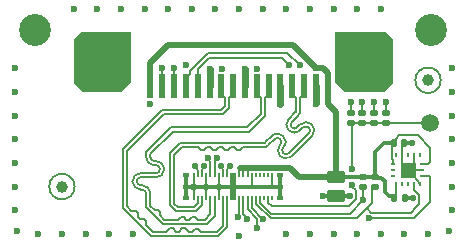
<source format=gtl>
G04*
G04 #@! TF.GenerationSoftware,Altium Limited,Altium Designer,21.8.1 (53)*
G04*
G04 Layer_Physical_Order=1*
G04 Layer_Color=255*
%FSTAX43Y43*%
%MOMM*%
G71*
G04*
G04 #@! TF.SameCoordinates,77AD0121-2578-4578-B714-FB4ED1F38CAD*
G04*
G04*
G04 #@! TF.FilePolarity,Positive*
G04*
G01*
G75*
%ADD10C,0.200*%
%ADD11C,0.150*%
%ADD12C,0.300*%
%ADD14R,0.610X2.000*%
%ADD15R,2.680X3.600*%
G04:AMPARAMS|DCode=17|XSize=0.455mm|YSize=0.33mm|CornerRadius=0.033mm|HoleSize=0mm|Usage=FLASHONLY|Rotation=0.000|XOffset=0mm|YOffset=0mm|HoleType=Round|Shape=RoundedRectangle|*
%AMROUNDEDRECTD17*
21,1,0.455,0.264,0,0,0.0*
21,1,0.389,0.330,0,0,0.0*
1,1,0.066,0.195,-0.132*
1,1,0.066,-0.195,-0.132*
1,1,0.066,-0.195,0.132*
1,1,0.066,0.195,0.132*
%
%ADD17ROUNDEDRECTD17*%
G04:AMPARAMS|DCode=18|XSize=1.45mm|YSize=0.95mm|CornerRadius=0.095mm|HoleSize=0mm|Usage=FLASHONLY|Rotation=180.000|XOffset=0mm|YOffset=0mm|HoleType=Round|Shape=RoundedRectangle|*
%AMROUNDEDRECTD18*
21,1,1.450,0.760,0,0,180.0*
21,1,1.260,0.950,0,0,180.0*
1,1,0.190,-0.630,0.380*
1,1,0.190,0.630,0.380*
1,1,0.190,0.630,-0.380*
1,1,0.190,-0.630,-0.380*
%
%ADD18ROUNDEDRECTD18*%
G04:AMPARAMS|DCode=19|XSize=0.6mm|YSize=0.5mm|CornerRadius=0.05mm|HoleSize=0mm|Usage=FLASHONLY|Rotation=270.000|XOffset=0mm|YOffset=0mm|HoleType=Round|Shape=RoundedRectangle|*
%AMROUNDEDRECTD19*
21,1,0.600,0.400,0,0,270.0*
21,1,0.500,0.500,0,0,270.0*
1,1,0.100,-0.200,-0.250*
1,1,0.100,-0.200,0.250*
1,1,0.100,0.200,0.250*
1,1,0.100,0.200,-0.250*
%
%ADD19ROUNDEDRECTD19*%
%ADD20R,0.250X0.350*%
%ADD21R,0.350X0.250*%
G04:AMPARAMS|DCode=22|XSize=0.6mm|YSize=0.5mm|CornerRadius=0.05mm|HoleSize=0mm|Usage=FLASHONLY|Rotation=180.000|XOffset=0mm|YOffset=0mm|HoleType=Round|Shape=RoundedRectangle|*
%AMROUNDEDRECTD22*
21,1,0.600,0.400,0,0,180.0*
21,1,0.500,0.500,0,0,180.0*
1,1,0.100,-0.250,0.200*
1,1,0.100,0.250,0.200*
1,1,0.100,0.250,-0.200*
1,1,0.100,-0.250,-0.200*
%
%ADD22ROUNDEDRECTD22*%
G04:AMPARAMS|DCode=23|XSize=0.18mm|YSize=0.4mm|CornerRadius=0.018mm|HoleSize=0mm|Usage=FLASHONLY|Rotation=180.000|XOffset=0mm|YOffset=0mm|HoleType=Round|Shape=RoundedRectangle|*
%AMROUNDEDRECTD23*
21,1,0.180,0.364,0,0,180.0*
21,1,0.144,0.400,0,0,180.0*
1,1,0.036,-0.072,0.182*
1,1,0.036,0.072,0.182*
1,1,0.036,0.072,-0.182*
1,1,0.036,-0.072,-0.182*
%
%ADD23ROUNDEDRECTD23*%
%ADD24C,1.500*%
%ADD26C,2.700*%
%ADD27C,0.164*%
%ADD28C,0.164*%
%ADD29C,1.000*%
%ADD30C,0.500*%
%ADD31C,0.600*%
%ADD32C,0.180*%
%ADD33C,0.600*%
%ADD34C,0.550*%
G36*
X0019765Y0003868D02*
X0019765Y0003868D01*
X0019235D01*
Y0006132D01*
X0019765D01*
X0019765Y0003868D01*
D02*
G37*
G36*
X001085Y00181D02*
X00066D01*
X0006Y00175D01*
Y001375D01*
X000675Y0013D01*
X001D01*
X001085Y001385D01*
Y00181D01*
D02*
G37*
G36*
X003375Y0007D02*
X0035D01*
Y000575D01*
X003375D01*
Y0007D01*
D02*
G37*
G36*
X002815Y00181D02*
X00324D01*
X0033Y00175D01*
Y001375D01*
X003225Y0013D01*
X0029D01*
X002815Y001385D01*
Y00181D01*
D02*
G37*
D10*
X0033975Y0008575D02*
Y0008675D01*
X00338Y000765D02*
Y00084D01*
X0033975Y0008575D01*
X00338Y000695D02*
X0034375Y0006375D01*
X00338Y000695D02*
Y000765D01*
X0034375Y0006483D02*
X00348Y0006908D01*
X0034375Y0006375D02*
Y0006483D01*
X00348Y0006908D02*
Y000765D01*
X00344Y00064D02*
X00355D01*
X0034375Y0006375D02*
X00344Y00064D01*
X00355D02*
X0035525Y0006425D01*
X0034375Y0006375D02*
X0035175Y0005479D01*
X0035275Y0005275D02*
X00353Y00052D01*
X0035175Y0005479D02*
X0035275Y0005275D01*
X0032925Y0007371D02*
Y000865D01*
Y0007371D02*
X0033Y0007296D01*
Y000695D02*
Y0007296D01*
Y000695D02*
X0033025Y0006925D01*
X0033075D01*
X00331Y000865D02*
X00331Y000865D01*
X0033145Y0004044D02*
X003315Y000405D01*
X00333Y000425D02*
Y00052D01*
X003315Y00041D02*
X00333Y000425D01*
D11*
X0006075Y0005D02*
G03*
X0006075Y0005I-0001075J0D01*
G01*
X0037075Y0014D02*
G03*
X0037075Y0014I-0001075J0D01*
G01*
X0035Y0003275D02*
Y0003275D01*
X003525Y0003525D02*
Y0004267D01*
X0035Y0003275D02*
X003525Y0003525D01*
X003485Y0004667D02*
X003525Y0004267D01*
X003485Y0004667D02*
Y000515D01*
X0034525Y00028D02*
X0035Y0003275D01*
X001735Y0016325D02*
X00241D01*
X0015805Y001478D02*
X001735Y0016325D01*
X0015805Y00145D02*
Y001478D01*
X00155Y0014195D02*
X0015805Y00145D01*
X00165Y00135D02*
Y001495D01*
X0017425Y0015875D01*
X00236D01*
X00155Y00135D02*
Y0014195D01*
X00145Y00135D02*
X00145Y00135D01*
Y0015075D01*
X00135Y00135D02*
Y0015075D01*
X00236Y0015875D02*
X00242Y0015275D01*
X00241Y0016325D02*
X002515Y0015275D01*
X003245Y001125D02*
Y00122D01*
X003145Y001125D02*
Y00122D01*
X003045Y001125D02*
Y00122D01*
X002945Y001125D02*
Y00122D01*
X00215Y00015D02*
Y0002292D01*
X0021984Y0002233D02*
X0022025D01*
X0021075Y0003142D02*
X0021984Y0002233D01*
X0020725Y0003067D02*
X00215Y0002292D01*
X0020701Y0002289D02*
Y0002349D01*
X00199Y0002453D02*
Y0002575D01*
X0020025Y00027D01*
Y000405D01*
X0020375Y0002676D02*
X0020701Y0002349D01*
X0020375Y0002676D02*
Y000405D01*
X0021075Y0003142D02*
Y000405D01*
X0020725Y0003067D02*
Y000405D01*
X0022724Y00027D02*
X00294D01*
X002179Y0003634D02*
Y0004035D01*
Y0003634D02*
X0022724Y00027D01*
X002144Y000356D02*
X00227Y00023D01*
X002995D01*
X002144Y000356D02*
Y0004035D01*
X0022475Y000405D02*
X0022485Y000404D01*
Y0003615D02*
X002275Y000335D01*
X0029267D01*
X0022485Y0003615D02*
Y000404D01*
X003615Y001035D02*
X00362Y00104D01*
X003245Y001035D02*
X003615D01*
X003045D02*
X003145D01*
X003245D01*
X00312Y00028D02*
X0034525D01*
X00348Y00052D02*
X003485Y000515D01*
X00362Y00037D02*
Y0005793D01*
X00348Y00023D02*
X00362Y00037D01*
X0035125Y0009325D02*
X00362Y000825D01*
X0033582Y0009325D02*
X0035125D01*
X00362Y00071D02*
Y000825D01*
X0033275Y0009018D02*
X0033582Y0009325D01*
X00331Y000865D02*
X0033275Y0008825D01*
Y0009018D01*
X0035525Y0005925D02*
X0036068D01*
X00362Y0005793D01*
X0031Y00023D02*
X00348D01*
X0030825Y0003175D02*
X0031275Y0003625D01*
X002995Y00023D02*
X0030825Y0003175D01*
X00312Y00028D01*
X0035525Y0006925D02*
X0036025D01*
X00362Y00071D01*
X002945Y001035D02*
X003045D01*
X00296Y00065D02*
Y00102D01*
X002945Y001035D02*
X00296Y00102D01*
X0029267Y000335D02*
X00299Y0003983D01*
Y0004678D01*
X00296Y0004978D02*
X00299Y0004678D01*
X00296Y0004978D02*
Y00051D01*
X00294Y00027D02*
X0030525Y0003825D01*
Y000495D01*
X0021775Y000405D02*
X002179Y0004035D01*
X0031275Y0003625D02*
Y0004775D01*
X003145Y000495D01*
X00315D01*
X0021425Y000405D02*
X002144Y0004035D01*
X0020375Y000595D02*
Y0006475D01*
X0020025Y000595D02*
Y0006475D01*
X0020725Y000595D02*
Y0006475D01*
D12*
X00265Y0012075D02*
X00265Y0012075D01*
X003405Y000405D02*
X003405Y000405D01*
X0034725D02*
X0034725Y000405D01*
X003405Y000405D02*
X0034725D01*
X0034Y000865D02*
X0034675D01*
X0033975Y0008675D02*
X0034Y000865D01*
X0030525Y0005825D02*
X0031475D01*
X00315Y00079D02*
X003225Y000865D01*
X00315Y000585D02*
Y00079D01*
Y000585D02*
X00316Y000575D01*
X0032028D02*
X0032341Y0005436D01*
X00316Y000575D02*
X0032028D01*
X0032341Y0004513D02*
Y0005436D01*
X0032655Y00042D02*
X003305D01*
X0032341Y0004513D02*
X0032655Y00042D01*
X003305D02*
X0033145Y0004105D01*
Y0004044D02*
Y0004105D01*
X0030525Y0005825D02*
Y000585D01*
X0031475Y0005825D02*
X00315Y000585D01*
X002825Y0005825D02*
X0030525D01*
X0032925Y000865D02*
X00331D01*
X003225D02*
X0032925D01*
X0028225Y00058D02*
X002825Y0005825D01*
X0021075Y0005D02*
X002348D01*
X001552Y0004055D02*
Y0005D01*
Y0005945D01*
X002348Y0004055D02*
Y0005D01*
Y0005945D01*
X00195Y0005D02*
X0021075D01*
X0016175D02*
X0017225D01*
X0027075Y00042D02*
X0028225D01*
X0029375D01*
X0015525Y0005D02*
X0016175D01*
X0017225D02*
X0018275D01*
X00195D01*
X0021075D02*
X0021075Y0005D01*
D14*
X00265Y00135D02*
D03*
X00255D02*
D03*
X00245D02*
D03*
X00235D02*
D03*
X00225D02*
D03*
X00215D02*
D03*
X00205D02*
D03*
X00195D02*
D03*
X00185D02*
D03*
X00175D02*
D03*
X00165D02*
D03*
X00155D02*
D03*
X00145D02*
D03*
X00135D02*
D03*
X00125D02*
D03*
D15*
X000951Y00163D02*
D03*
X002949D02*
D03*
D17*
X001552Y0004055D02*
D03*
Y0005945D02*
D03*
X002348Y0005945D02*
D03*
Y0004055D02*
D03*
D18*
X0028225Y00042D02*
D03*
Y00058D02*
D03*
D19*
X0034Y000865D02*
D03*
X00331D02*
D03*
X003315Y000405D02*
D03*
X003405D02*
D03*
D20*
X00333Y00052D02*
D03*
X00338D02*
D03*
X00343D02*
D03*
X00348D02*
D03*
X00353D02*
D03*
Y000765D02*
D03*
X00348D02*
D03*
X00343D02*
D03*
X00338D02*
D03*
X00333D02*
D03*
D21*
X0035525Y0005925D02*
D03*
Y0006425D02*
D03*
Y0006925D02*
D03*
X0033075D02*
D03*
Y0006425D02*
D03*
Y0005925D02*
D03*
D22*
X00315Y000585D02*
D03*
Y000495D02*
D03*
X002945Y001125D02*
D03*
Y001035D02*
D03*
X003045Y001125D02*
D03*
Y001035D02*
D03*
X003245Y001125D02*
D03*
Y001035D02*
D03*
X003145Y001125D02*
D03*
Y001035D02*
D03*
X0030525Y000495D02*
D03*
Y000585D02*
D03*
D23*
X0016175Y000405D02*
D03*
X0016525Y000405D02*
D03*
X0016875D02*
D03*
X0017225Y000405D02*
D03*
X0017575Y000405D02*
D03*
X0016175Y000595D02*
D03*
X0016525Y000595D02*
D03*
X0016875D02*
D03*
X0017225Y000595D02*
D03*
X0017575Y000595D02*
D03*
X0018275Y000405D02*
D03*
X0018625Y000405D02*
D03*
X0018975Y000405D02*
D03*
X0019325Y000405D02*
D03*
X0019675Y000405D02*
D03*
X0022125D02*
D03*
X0022825D02*
D03*
X0017925D02*
D03*
X0022825Y000595D02*
D03*
X0018625Y000595D02*
D03*
X0018275Y000595D02*
D03*
X0017925Y000595D02*
D03*
X0018975D02*
D03*
X0019325D02*
D03*
X0020375D02*
D03*
X0021075D02*
D03*
X0020025D02*
D03*
X0021425D02*
D03*
X0021775Y000595D02*
D03*
X0022125Y000595D02*
D03*
X0022475D02*
D03*
X0019675D02*
D03*
X0020725Y000595D02*
D03*
X0022475Y000405D02*
D03*
X0021075D02*
D03*
X0020725Y000405D02*
D03*
X0020375Y000405D02*
D03*
X0020025Y000405D02*
D03*
X0021425Y000405D02*
D03*
X0021775Y000405D02*
D03*
D24*
X00362Y00104D02*
D03*
D26*
X003625Y001825D02*
D03*
X000275D02*
D03*
D27*
X0017025Y0006743D02*
G03*
X0016882Y0006397I0000346J-0000346D01*
G01*
X0016518Y000635D02*
G03*
X0016412Y0006606I-0000362J0D01*
G01*
X0017562Y000697D02*
G03*
X0017365Y0007443I-0000669J-0D01*
G01*
X0018618Y0006397D02*
G03*
X0018475Y0006743I-0000489J0D01*
G01*
X0019088Y0006606D02*
G03*
X0018982Y000635I0000256J-0000256D01*
G01*
X0025163Y0011223D02*
G03*
X0025182Y0011305I-0000163J0000081D01*
G01*
X0025033Y0011044D02*
G03*
X0025163Y0011223I-0000492J0000492D01*
G01*
X0024463Y0010474D02*
G03*
X0024933Y0010005I0000235J-0000234D01*
G01*
X0026167Y0010257D02*
G03*
X0025183Y0010256I-0000492J-0000492D01*
G01*
X0026167Y0009273D02*
G03*
X0026167Y0010257I-0000492J0000492D01*
G01*
X002348Y0007569D02*
G03*
X0024464Y000757I0000492J0000492D01*
G01*
X002348Y0008553D02*
G03*
X002348Y0007569I0000491J-0000492D01*
G01*
X002348Y0008553D02*
G03*
X0023011Y0009022I-0000235J0000234D01*
G01*
X0022301Y0008357D02*
G03*
X002247Y0008481I-0000322J0000616D01*
G01*
X0022216Y0008336D02*
G03*
X0022301Y0008357I0000001J0000182D01*
G01*
X0024777Y0011302D02*
G03*
X0024818Y0011352I-0000235J0000234D01*
G01*
X0024206Y0010731D02*
G03*
X002519Y0009748I0000492J-0000492D01*
G01*
X002591Y001D02*
G03*
X0025442Y001I-0000234J-0000235D01*
G01*
X0025911Y0009999D02*
G03*
X002591Y001I-0000235J-0000234D01*
G01*
X002591Y000953D02*
G03*
X0025911Y0009999I-0000234J0000235D01*
G01*
X0023737Y0007826D02*
G03*
X0024207Y0007827I0000234J0000235D01*
G01*
X0023737Y0007827D02*
G03*
X0023737Y0007826I0000235J0000234D01*
G01*
X0023737Y0008295D02*
G03*
X0023737Y0007827I0000235J-0000234D01*
G01*
X0023737Y0008295D02*
G03*
X0023737Y0008296I-0000492J0000492D01*
G01*
X0023738Y0008296D02*
G03*
X0023737Y0008296I0000234J-0000235D01*
G01*
X0023738Y0008296D02*
G03*
X0022754Y0009279I-0000492J0000491D01*
G01*
X0022167Y00087D02*
G03*
X0022213Y0008738I-0000188J0000273D01*
G01*
X0012125Y0004416D02*
G03*
X0011793Y0004748I-0000332J0D01*
G01*
X0010971Y0005443D02*
G03*
X0011666Y0004748I0000695J0D01*
G01*
Y0006139D02*
G03*
X0010971Y0005443I0J-0000695D01*
G01*
X0012972Y0006139D02*
G03*
X0013303Y000647I0J0000332D01*
G01*
Y000647D02*
G03*
X0012972Y0006802I-0000332J0D01*
G01*
X0012125Y0007497D02*
G03*
X001282Y0006802I0000695J0D01*
G01*
X0012488Y0004416D02*
G03*
X0011793Y0005111I-0000695J0D01*
G01*
X0011334Y0005443D02*
G03*
X0011666Y0005111I0000332J0D01*
G01*
Y0005775D02*
G03*
X0011334Y0005443I0J-0000332D01*
G01*
X0012972Y0005775D02*
G03*
X0013667Y000647I0J0000695D01*
G01*
Y000647D02*
G03*
X0012972Y0007166I-0000695J0D01*
G01*
X0012488Y0007497D02*
G03*
X001282Y0007166I0000332J0D01*
G01*
X0013464Y0011489D02*
X0018499D01*
X0013614Y0011125D02*
X001865D01*
X0010161Y0003174D02*
Y0008186D01*
X0018499Y0011489D02*
X0018818Y0011807D01*
X001865Y0011125D02*
X0019182Y0011657D01*
X0010525Y0008036D02*
X0013614Y0011125D01*
X0010161Y0008186D02*
X0013464Y0011489D01*
X0016882Y0005957D02*
Y0006397D01*
X0016275Y0006743D02*
X0016412Y0006606D01*
X0016518Y0005957D02*
Y000635D01*
X0017562Y0006591D02*
Y000697D01*
X0017561Y000595D02*
Y0006591D01*
X0018618Y0005957D02*
Y0006397D01*
X0019088Y0006606D02*
X0019225Y0006743D01*
X0018982Y0005957D02*
Y000635D01*
X0025182Y0011305D02*
Y0011568D01*
X0024463Y0010474D02*
X0025033Y0011044D01*
X0024933Y0010005D02*
X0025183Y0010256D01*
X0024464Y000757D02*
X0026167Y0009273D01*
X002348Y0007569D02*
X002348Y0007569D01*
X002247Y0008481D02*
X0023011Y0009022D01*
X0021954Y0008336D02*
X0022216D01*
X0024818Y0011568D02*
X0024818D01*
Y0011352D02*
Y0011568D01*
X0024206Y0010731D02*
X0024777Y0011302D01*
X002519Y0009748D02*
X0025442Y001D01*
X002591Y001D02*
X002591Y001D01*
X0024207Y0007827D02*
X002591Y000953D01*
X0023737Y0007826D02*
X0023737D01*
X0023737Y0007827D02*
Y0007827D01*
X0023737Y0008295D02*
X0023737Y0008295D01*
X0022213Y0008738D02*
X0022754Y0009279D01*
X0021954Y00087D02*
X0022167D01*
X0021954D02*
Y00087D01*
X001675Y0001175D02*
X001725D01*
X0016495Y000143D02*
X001675Y0001175D01*
X0016245Y000143D02*
X0016495D01*
X0015991Y0001175D02*
X0016245Y000143D01*
X0015741Y0001175D02*
X0015991D01*
X0015455Y000146D02*
X0015741Y0001175D01*
X0015205Y000146D02*
X0015455D01*
X001492Y0001175D02*
X0015205Y000146D01*
X001467Y0001175D02*
X001492D01*
X0014385Y000146D02*
X001467Y0001175D01*
X0014135Y000146D02*
X0014385D01*
X001385Y0001175D02*
X0014135Y000146D01*
X001335Y0001175D02*
X001385D01*
X0012125Y0003565D02*
Y0004416D01*
X0011666Y0004748D02*
X0011793D01*
X0010971Y0005443D02*
Y0005443D01*
X0011666Y0006139D02*
X0012972D01*
X0013303Y000647D02*
Y000647D01*
X001282Y0006802D02*
X0012972D01*
X0012125Y0007497D02*
Y0007761D01*
X0012488Y0003565D02*
X0012489D01*
X0012488D02*
Y0004416D01*
X0011666Y0005111D02*
X0011793D01*
X0011334Y0005443D02*
Y0005443D01*
X0011666Y0005775D02*
X0012972D01*
X0013667Y000647D02*
Y000647D01*
X001282Y0007166D02*
X0012972D01*
X0012488Y0007497D02*
Y0007761D01*
X0012489D01*
X0018625Y0001695D02*
Y000405D01*
X0018989Y0001544D02*
Y0004036D01*
X0016875Y0003411D02*
Y000405D01*
X0016219Y0003269D02*
X0016525Y0003575D01*
X0015011Y00087D02*
X0021954D01*
X0014645Y0002905D02*
X0016369D01*
X001415Y00034D02*
X0014645Y0002905D01*
X0016369D02*
X0016875Y0003411D01*
X001415Y00034D02*
Y0007839D01*
X0015011Y00087D01*
X0012524Y0000811D02*
X0018256D01*
X0010161Y0003174D02*
X0012524Y0000811D01*
X0018256D02*
X0018989Y0001544D01*
X0017575Y0002639D02*
Y000405D01*
X0017136Y00022D02*
X0017575Y0002639D01*
X0016982Y00022D02*
X0017136Y00022D01*
X0017925Y000595D02*
Y0006441D01*
X0017925Y0007139D02*
X0018121Y0007335D01*
X0017925Y0006441D02*
X0017925Y0006441D01*
Y000697D01*
X0018121Y0007335D02*
Y0007443D01*
X0017925Y000697D02*
Y0007088D01*
X0017925Y0007088D01*
Y0007139D01*
X0018975Y000405D02*
X0018989Y0004036D01*
X0016518Y0005957D02*
X0016525Y000595D01*
X0018975Y000595D02*
X0018982Y0005957D01*
X0017925Y000405D02*
X0017939Y0004036D01*
Y0002489D02*
Y0004036D01*
X0017287Y0001837D02*
X0017939Y0002489D01*
X001515Y0001837D02*
X0017287D01*
X001515Y0001837D02*
X001515Y0001837D01*
X0013524Y0001837D02*
X001515D01*
X0012125Y0003236D02*
X0013524Y0001837D01*
X0012125Y0003236D02*
Y0003565D01*
X0016525Y0003575D02*
Y000405D01*
X0014795Y0003269D02*
X0016219D01*
X0014514Y0003551D02*
X0014795Y0003269D01*
X0014514Y0003551D02*
Y0007688D01*
X0015161Y0008336D01*
X00161D01*
X0017562Y000405D02*
X0017575D01*
X0018618Y0005957D02*
X0018625Y000595D01*
X0018105Y0001175D02*
X0018625Y0001695D01*
X001725Y0001175D02*
X0018105D01*
X0016875Y000595D02*
X0016882Y0005957D01*
X0017561Y0006591D02*
X0017562Y0006591D01*
X00185Y0012699D02*
Y00135D01*
Y0012699D02*
X0018568Y001263D01*
X0018675D01*
X0018818Y0012487D01*
Y0011807D02*
Y0012487D01*
X0025182Y0011568D02*
Y0012487D01*
X002135Y0008336D02*
X0021954D01*
X0024818Y0011568D02*
Y0012487D01*
X0012489Y0003386D02*
Y0003565D01*
Y0003386D02*
X0012842Y0003033D01*
X0013145D01*
X0013321Y0002856D01*
Y0002554D02*
Y0002856D01*
Y0002554D02*
X0013675Y00022D01*
X0014846D01*
X0015062Y0002415D01*
X0015312D01*
X0015527Y00022D01*
X0015802D01*
X0016017Y0002415D01*
X0016267D01*
X0016482Y00022D01*
X0016982D01*
X0020317Y0008336D02*
X002135D01*
X0020059Y0008078D02*
X0020317Y0008336D01*
X0019809Y0008078D02*
X0020059D01*
X001955Y0008336D02*
X0019809Y0008078D01*
X00193Y0008336D02*
X001955D01*
X0019042Y0008078D02*
X00193Y0008336D01*
X0018792Y0008078D02*
X0019042D01*
X0018534Y0008336D02*
X0018792Y0008078D01*
X0018284Y0008336D02*
X0018534D01*
X0018025Y0008078D02*
X0018284Y0008336D01*
X0017775Y0008078D02*
X0018025D01*
X0017517Y0008336D02*
X0017775Y0008078D01*
X0017267Y0008336D02*
X0017517D01*
X0017008Y0008078D02*
X0017267Y0008336D01*
X0016758Y0008078D02*
X0017008D01*
X00165Y0008336D02*
X0016758Y0008078D01*
X00161Y0008336D02*
X00165D01*
X0012675Y0001175D02*
X001335D01*
X0010525Y0003325D02*
Y0003547D01*
Y0003325D02*
X0010882Y0002968D01*
X0011236D01*
X0011413Y0002791D01*
Y0002438D02*
Y0002791D01*
Y0002438D02*
X0011589Y0002261D01*
X0011943D01*
X001212Y0002084D01*
Y000173D02*
Y0002084D01*
Y000173D02*
X0012473Y0001377D01*
X0010525Y0003547D02*
Y0008036D01*
X0012473Y0001377D02*
X0012675Y0001175D01*
X0012125Y0007761D02*
Y0007914D01*
X0012489Y0007761D02*
Y0007764D01*
X0014387Y0009661D01*
X0012125Y0007914D02*
X0014236Y0010025D01*
X0021568Y001263D02*
X0021675D01*
X00215Y0012699D02*
X0021568Y001263D01*
X0021675D02*
X0021818Y0012487D01*
X00215Y0012699D02*
Y00135D01*
X0021818Y0011143D02*
Y0012487D01*
X00207Y0010025D02*
X0021818Y0011143D01*
X0014236Y0010025D02*
X00207D01*
X00225Y0012699D02*
Y00135D01*
X0022432Y001263D02*
X00225Y0012699D01*
X0022182Y0012487D02*
X0022325Y001263D01*
X0022432D01*
X0022182Y0010993D02*
Y0012487D01*
X0020851Y0009661D02*
X0022182Y0010993D01*
X0014387Y0009661D02*
X0020851D01*
X0019182Y0011657D02*
Y0012487D01*
X0019325Y001263D02*
X0019432D01*
X0019182Y0012487D02*
X0019325Y001263D01*
X0024675D02*
X0024818Y0012487D01*
X0024568Y001263D02*
X0024675D01*
X00195Y0012699D02*
Y00135D01*
X0019432Y001263D02*
X00195Y0012699D01*
X0025432Y001263D02*
X00255Y0012699D01*
Y00135D01*
X0025325Y001263D02*
X0025432D01*
X0025182Y0012487D02*
X0025325Y001263D01*
X00245Y0012699D02*
X0024568Y001263D01*
X00245Y0012699D02*
Y00135D01*
D28*
X0025033Y0011044D02*
D03*
X0024933Y0010005D02*
D03*
X0025183Y0010256D02*
D03*
X0024464Y000757D02*
D03*
X0023011Y0009022D02*
D03*
X002247Y0008481D02*
D03*
X0024206Y0010731D02*
D03*
X002519Y0009748D02*
D03*
X002591Y001D02*
D03*
X002591Y000953D02*
D03*
X0024207Y0007827D02*
D03*
X0023737Y0007826D02*
D03*
X0023737Y0008295D02*
D03*
X0023738Y0008296D02*
D03*
X0022754Y0009279D02*
D03*
D29*
X0005Y0005D02*
D03*
X0036Y0014D02*
D03*
D30*
X0027117Y0015031D02*
X00275Y0014648D01*
X0026494Y0015031D02*
X0027117D01*
X00275Y0012D02*
Y0014648D01*
Y0012D02*
X0028225Y0011275D01*
X0024525Y0017D02*
X0026494Y0015031D01*
X0014Y0017D02*
X0024525D01*
X00125Y0013099D02*
Y00155D01*
X0014Y0017D01*
X0028225Y00058D02*
Y0011275D01*
X00251Y00058D02*
X0028225D01*
X00201Y000655D02*
X002435D01*
X00251Y00058D01*
D31*
X00265Y0012075D02*
Y00135D01*
X00235Y0011975D02*
Y00135D01*
X00205Y00135D02*
Y001495D01*
Y00135D02*
X00205Y00135D01*
X00175D02*
Y001495D01*
D32*
X0018275Y000405D02*
Y0005D01*
X0016175D02*
Y000595D01*
X0017225Y000405D02*
Y0005D01*
X0016175Y000405D02*
Y0005D01*
X0022825Y0005D02*
Y000595D01*
X0021075Y0005D02*
Y000595D01*
X0017225Y0005D02*
Y0005545D01*
X0018275Y0005D02*
Y000595D01*
X0017225Y0005545D02*
X0017225Y0005545D01*
Y000595D01*
X0021075Y0005D02*
Y0005D01*
D33*
X001025Y0014D02*
D03*
X002875D02*
D03*
X00155Y0015275D02*
D03*
X00145Y0015075D02*
D03*
X00135D02*
D03*
X0018525Y001495D02*
D03*
X00175D02*
D03*
X00215D02*
D03*
X00205D02*
D03*
X002515Y0015275D02*
D03*
X00242D02*
D03*
X0020035Y0000846D02*
D03*
X0024Y0001D02*
D03*
X0026D02*
D03*
X00215Y00015D02*
D03*
X0022025Y0002233D02*
D03*
X0020701Y0002289D02*
D03*
X00199Y0002453D02*
D03*
X0034375Y0006375D02*
D03*
X0028Y0001D02*
D03*
X003D02*
D03*
X0032D02*
D03*
X0034D02*
D03*
X0036D02*
D03*
X00378Y00012D02*
D03*
X0038Y0003D02*
D03*
Y0005D02*
D03*
Y0007D02*
D03*
Y0009D02*
D03*
Y0011D02*
D03*
Y0013D02*
D03*
Y0015D02*
D03*
X0032Y002D02*
D03*
X003D02*
D03*
X0028D02*
D03*
X0026D02*
D03*
X0024D02*
D03*
X0022D02*
D03*
X002D02*
D03*
X0018D02*
D03*
X0016D02*
D03*
X0014D02*
D03*
X0012D02*
D03*
X001D02*
D03*
X0008D02*
D03*
X0006D02*
D03*
X0001Y0015D02*
D03*
Y0013D02*
D03*
Y0011D02*
D03*
Y0009D02*
D03*
Y0007D02*
D03*
Y0005D02*
D03*
Y0003D02*
D03*
X0011Y0001D02*
D03*
X0009D02*
D03*
X0007D02*
D03*
X0005D02*
D03*
X0003D02*
D03*
X00012Y00012D02*
D03*
X003045Y00122D02*
D03*
X002945Y00122D02*
D03*
X003245Y00122D02*
D03*
X003145D02*
D03*
X0031Y00023D02*
D03*
X0030525Y0003825D02*
D03*
X00296Y00065D02*
D03*
Y00051D02*
D03*
X0026475Y001505D02*
D03*
X00125Y0011975D02*
D03*
X00235D02*
D03*
X00265D02*
D03*
X0027075Y00042D02*
D03*
X0029375D02*
D03*
X0018118Y000745D02*
D03*
X0017368D02*
D03*
X0016175Y0005D02*
D03*
D34*
X0034725Y000405D02*
D03*
X0034675Y000865D02*
D03*
X0018475Y0006743D02*
D03*
X0019225D02*
D03*
X0016275Y0006743D02*
D03*
X0017025D02*
D03*
X0017225Y0005D02*
D03*
X0018275D02*
D03*
X0023475D02*
D03*
X001552D02*
D03*
X00195D02*
D03*
M02*

</source>
